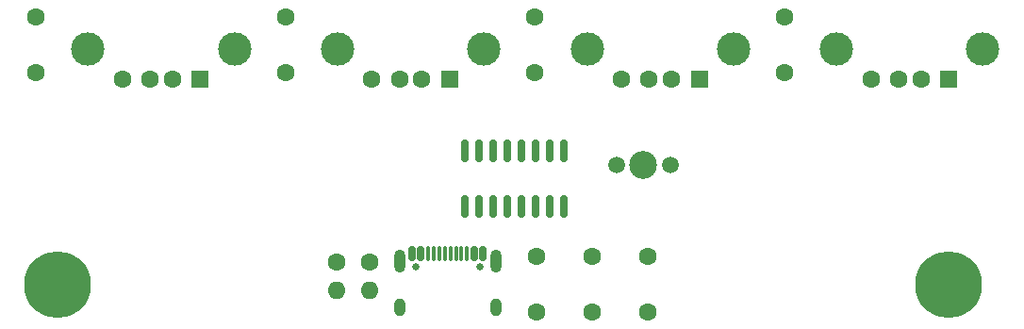
<source format=gts>
G04 Layer: TopSolderMaskLayer*
G04 EasyEDA Pro v2.2.27.1, 2024-09-15 10:59:50*
G04 Gerber Generator version 0.3*
G04 Scale: 100 percent, Rotated: No, Reflected: No*
G04 Dimensions in millimeters*
G04 Leading zeros omitted, absolute positions, 3 integers and 5 decimals*
%TF.GenerationSoftware,KiCad,Pcbnew,8.0.5*%
%TF.CreationDate,2024-10-25T21:21:59+08:00*%
%TF.ProjectId,USB_HUB_SL2_1A,5553425f-4855-4425-9f53-4c325f31412e,rev?*%
%TF.SameCoordinates,Original*%
%TF.FileFunction,Soldermask,Top*%
%TF.FilePolarity,Negative*%
%FSLAX46Y46*%
G04 Gerber Fmt 4.6, Leading zero omitted, Abs format (unit mm)*
G04 Created by KiCad (PCBNEW 8.0.5) date 2024-10-25 21:21:59*
%MOMM*%
%LPD*%
G01*
G04 APERTURE LIST*
G04 Aperture macros list*
%AMRoundRect*
0 Rectangle with rounded corners*
0 $1 Rounding radius*
0 $2 $3 $4 $5 $6 $7 $8 $9 X,Y pos of 4 corners*
0 Add a 4 corners polygon primitive as box body*
4,1,4,$2,$3,$4,$5,$6,$7,$8,$9,$2,$3,0*
0 Add four circle primitives for the rounded corners*
1,1,$1+$1,$2,$3*
1,1,$1+$1,$4,$5*
1,1,$1+$1,$6,$7*
1,1,$1+$1,$8,$9*
0 Add four rect primitives between the rounded corners*
20,1,$1+$1,$2,$3,$4,$5,0*
20,1,$1+$1,$4,$5,$6,$7,0*
20,1,$1+$1,$6,$7,$8,$9,0*
20,1,$1+$1,$8,$9,$2,$3,0*%
G04 Aperture macros list end*
%ADD10C,1.600000*%
%ADD11C,6.000000*%
%ADD12O,1.600000X1.600000*%
%ADD13R,1.600000X1.500000*%
%ADD14C,3.000000*%
%ADD15C,1.500000*%
%ADD16C,2.500000*%
%ADD17RoundRect,0.150000X-0.150000X0.850000X-0.150000X-0.850000X0.150000X-0.850000X0.150000X0.850000X0*%
%ADD18C,0.650000*%
%ADD19RoundRect,0.150000X-0.150000X-0.500000X0.150000X-0.500000X0.150000X0.500000X-0.150000X0.500000X0*%
%ADD20RoundRect,0.075000X-0.075000X-0.575000X0.075000X-0.575000X0.075000X0.575000X-0.075000X0.575000X0*%
%ADD21O,1.000000X2.100000*%
%ADD22O,1.000000X1.600000*%
G04 APERTURE END LIST*
D10*
%TO.C,C4*%
X103000000Y-107940000D03*
X103000000Y-112940000D03*
%TD*%
%TO.C,C8*%
X125428570Y-107940000D03*
X125428570Y-112940000D03*
%TD*%
D11*
%TO.C,H1*%
X185000000Y-132000000D03*
%TD*%
D10*
%TO.C,C7*%
X148000000Y-129500000D03*
X148000000Y-134500000D03*
%TD*%
%TO.C,C6*%
X147857140Y-107940000D03*
X147857140Y-112940000D03*
%TD*%
D11*
%TO.C,H2*%
X105000000Y-132000000D03*
%TD*%
D10*
%TO.C,R1*%
X133000000Y-129955000D03*
D12*
X133000000Y-132495000D03*
%TD*%
D13*
%TO.C,USB1*%
X185000000Y-113560000D03*
D10*
X182500000Y-113560000D03*
X180500000Y-113560000D03*
X178000000Y-113560000D03*
D14*
X188070000Y-110850000D03*
X174930000Y-110850000D03*
%TD*%
D10*
%TO.C,C3*%
X158000000Y-129500000D03*
X158000000Y-134500000D03*
%TD*%
D13*
%TO.C,USB3*%
X162594761Y-113560000D03*
D10*
X160094761Y-113560000D03*
X158094761Y-113560000D03*
X155594761Y-113560000D03*
D14*
X165664761Y-110850000D03*
X152524761Y-110850000D03*
%TD*%
D10*
%TO.C,C2*%
X153000000Y-129500000D03*
X153000000Y-134500000D03*
%TD*%
D15*
%TO.C,X1*%
X160020000Y-121240000D03*
D16*
X157580000Y-121240000D03*
D15*
X155140000Y-121240000D03*
%TD*%
D13*
%TO.C,USB4*%
X140189523Y-113560000D03*
D10*
X137689523Y-113560000D03*
X135689523Y-113560000D03*
X133189523Y-113560000D03*
D14*
X143259523Y-110850000D03*
X130119523Y-110850000D03*
%TD*%
D10*
%TO.C,C1*%
X170285710Y-107940000D03*
X170285710Y-112940000D03*
%TD*%
D13*
%TO.C,USB5*%
X117784285Y-113560000D03*
D10*
X115284285Y-113560000D03*
X113284285Y-113560000D03*
X110784285Y-113560000D03*
D14*
X120854285Y-110850000D03*
X107714285Y-110850000D03*
%TD*%
D17*
%TO.C,U1*%
X150445000Y-120000000D03*
X149175000Y-120000000D03*
X147905000Y-120000000D03*
X146635000Y-120000000D03*
X145365000Y-120000000D03*
X144095000Y-120000000D03*
X142825000Y-120000000D03*
X141555000Y-120000000D03*
X141555000Y-125000000D03*
X142825000Y-125000000D03*
X144095000Y-125000000D03*
X145365000Y-125000000D03*
X146635000Y-125000000D03*
X147905000Y-125000000D03*
X149175000Y-125000000D03*
X150445000Y-125000000D03*
%TD*%
D10*
%TO.C,R2*%
X130000000Y-129955000D03*
D12*
X130000000Y-132495000D03*
%TD*%
D18*
%TO.C,USB2*%
X137110000Y-130395000D03*
X142890000Y-130395000D03*
D19*
X136800000Y-129255000D03*
X137600000Y-129255000D03*
D20*
X138750000Y-129255000D03*
X139750000Y-129255000D03*
X140250000Y-129255000D03*
X141250000Y-129255000D03*
D19*
X142400000Y-129255000D03*
X143200000Y-129255000D03*
X143200000Y-129255000D03*
X142400000Y-129255000D03*
D20*
X141750000Y-129255000D03*
X140750000Y-129255000D03*
X139250000Y-129255000D03*
X138250000Y-129255000D03*
D19*
X137600000Y-129255000D03*
X136800000Y-129255000D03*
D21*
X135680000Y-129895000D03*
D22*
X135680000Y-134075000D03*
D21*
X144320000Y-129895000D03*
D22*
X144320000Y-134075000D03*
%TD*%
M02*

</source>
